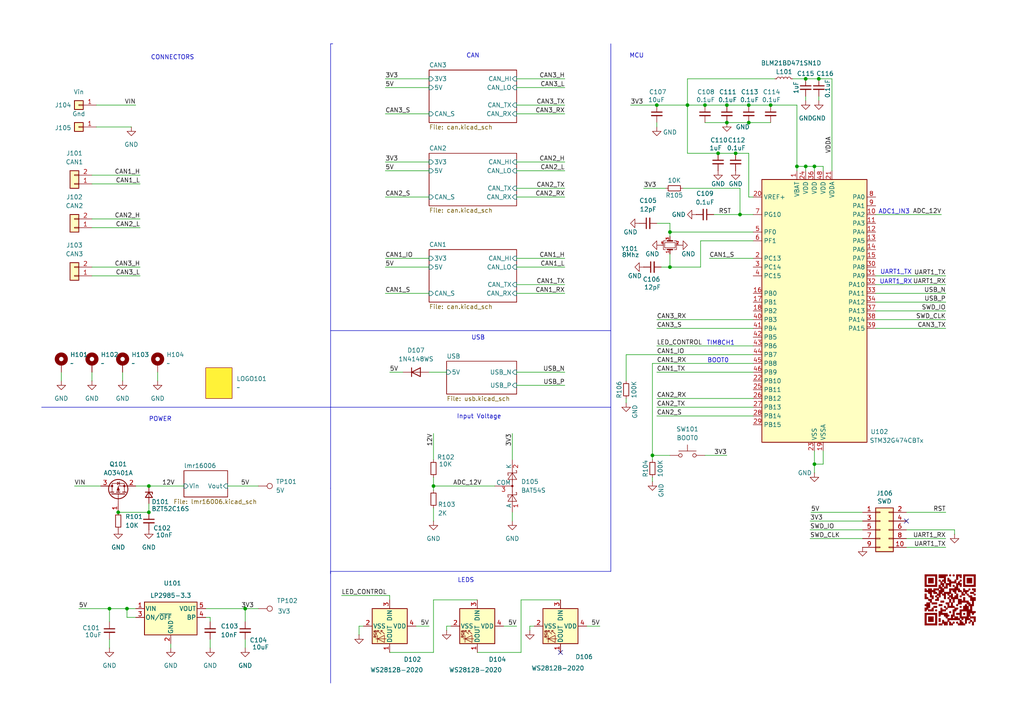
<source format=kicad_sch>
(kicad_sch (version 20250114) (generator "eeschema") (generator_version "9.0")
  (paper "A4")
  (lib_symbols
    (symbol "Connector:TestPoint" (pin_numbers (hide yes)) (pin_names (offset 0.762) (hide yes))
      (property "Reference" "TP" (at 0 6.858 0))
      (property "Value" "TestPoint" (at 0 5.08 0))
      (symbol "TestPoint_1_1"
        (pin passive line (at 0 0 90) (length 2.54) (name "1") (number "1"))
      )
    )
    (symbol "Connector_Generic:Conn_01x01" (pin_names (offset 1.016) (hide yes))
      (property "Reference" "J" (at 0 2.54 0))
      (property "Value" "Conn_01x01" (at 0 -2.54 0))
      (symbol "Conn_01x01_1_1"
        (pin passive line (at -5.08 0 0) (length 3.81) (name "Pin_1") (number "1"))
      )
    )
    (symbol "Connector_Generic:Conn_01x02" (pin_names (offset 1.016) (hide yes))
      (property "Reference" "J" (at 0 2.54 0))
      (property "Value" "Conn_01x02" (at 0 -5.08 0))
      (symbol "Conn_01x02_1_1"
        (pin passive line (at -5.08 0 0) (length 3.81) (name "Pin_1") (number "1"))
        (pin passive line (at -5.08 -2.54 0) (length 3.81) (name "Pin_2") (number "2"))
      )
    )
    (symbol "Connector_Generic:Conn_02x05_Odd_Even" (pin_names (offset 1.016) (hide yes))
      (property "Reference" "J" (at 1.27 7.62 0))
      (property "Value" "Conn_02x05_Odd_Even" (at 1.27 -7.62 0))
      (symbol "Conn_02x05_Odd_Even_1_1"
        (pin passive line (at -5.08 5.08 0) (length 3.81) (name "Pin_1") (number "1"))
        (pin passive line (at -5.08 2.54 0) (length 3.81) (name "Pin_3") (number "3"))
        (pin passive line (at -5.08 0 0) (length 3.81) (name "Pin_5") (number "5"))
        (pin passive line (at -5.08 -2.54 0) (length 3.81) (name "Pin_7") (number "7"))
        (pin passive line (at -5.08 -5.08 0) (length 3.81) (name "Pin_9") (number "9"))
        (pin passive line (at 7.62 5.08 180) (length 3.81) (name "Pin_2") (number "2"))
        (pin passive line (at 7.62 2.54 180) (length 3.81) (name "Pin_4") (number "4"))
        (pin passive line (at 7.62 0 180) (length 3.81) (name "Pin_6") (number "6"))
        (pin passive line (at 7.62 -2.54 180) (length 3.81) (name "Pin_8") (number "8"))
        (pin passive line (at 7.62 -5.08 180) (length 3.81) (name "Pin_10") (number "10"))
      )
    )
    (symbol "Device:C_Small" (pin_numbers (hide yes)) (pin_names (offset 0.254) (hide yes))
      (property "Reference" "C" (at 0.254 1.778 0))
      (property "Value" "C_Small" (at 0.254 -2.032 0))
      (symbol "C_Small_1_1"
        (pin passive line (at 0 2.54 270) (length 2.032) (name "~") (number "1"))
        (pin passive line (at 0 -2.54 90) (length 2.032) (name "~") (number "2"))
      )
    )
    (symbol "Device:Crystal_GND24_Small" (pin_names (offset 1.016) (hide yes))
      (property "Reference" "Y" (at 1.27 4.445 0))
      (property "Value" "Crystal_GND24_Small" (at 1.27 2.54 0))
      (symbol "Crystal_GND24_Small_1_1"
        (pin passive line (at -2.54 0 0) (length 1.27) (name "1") (number "1"))
        (pin passive line (at 0 2.54 270) (length 0.635) (name "4") (number "4"))
        (pin passive line (at 0 -2.54 90) (length 0.635) (name "2") (number "2"))
        (pin passive line (at 2.54 0 180) (length 1.27) (name "3") (number "3"))
      )
    )
    (symbol "Device:D_Zener_Small" (pin_numbers (hide yes)) (pin_names (offset 0.254) (hide yes))
      (property "Reference" "D" (at 0 2.286 0))
      (property "Value" "D_Zener_Small" (at 0 -2.286 0))
      (symbol "D_Zener_Small_1_1"
        (pin passive line (at -2.54 0 0) (length 1.778) (name "K") (number "1"))
        (pin passive line (at 2.54 0 180) (length 1.778) (name "A") (number "2"))
      )
    )
    (symbol "Device:L_Small" (pin_numbers (hide yes)) (pin_names (offset 0.254) (hide yes))
      (property "Reference" "L" (at 0.762 1.016 0))
      (property "Value" "L_Small" (at 0.762 -1.016 0))
      (symbol "L_Small_1_1"
        (pin passive line (at 0 2.54 270) (length 0.508) (name "~") (number "1"))
        (pin passive line (at 0 -2.54 90) (length 0.508) (name "~") (number "2"))
      )
    )
    (symbol "Device:R_Small" (pin_numbers (hide yes)) (pin_names (offset 0.254) (hide yes))
      (property "Reference" "R" (at 0.762 0.508 0))
      (property "Value" "R_Small" (at 0.762 -1.016 0))
      (symbol "R_Small_1_1"
        (pin passive line (at 0 2.54 270) (length 0.762) (name "~") (number "1"))
        (pin passive line (at 0 -2.54 90) (length 0.762) (name "~") (number "2"))
      )
    )
    (symbol "Diode:1N4148WS" (pin_numbers (hide yes)) (pin_names (hide yes))
      (property "Reference" "D" (at 0 2.54 0))
      (property "Value" "1N4148WS" (at 0 -2.54 0))
      (symbol "1N4148WS_1_1"
        (pin passive line (at -3.81 0 0) (length 2.54) (name "K") (number "1"))
        (pin passive line (at 3.81 0 180) (length 2.54) (name "A") (number "2"))
      )
    )
    (symbol "Diode:BAT54S" (pin_names (offset 0))
      (property "Reference" "D" (at 2.54 -5.08 0))
      (property "Value" "BAT54S" (at -6.35 3.175 0))
      (symbol "BAT54S_1_1"
        (pin passive line (at -7.62 0 0) (length 3.81) (name "A") (number "1"))
        (pin passive line (at 0 -5.08 90) (length 5.08) (name "COM") (number "3"))
        (pin passive line (at 7.62 0 180) (length 3.81) (name "K") (number "2"))
      )
    )
    (symbol "LED:WS2812B-2020" (pin_names (offset 0.254))
      (property "Reference" "D" (at 5.08 5.715 0))
      (property "Value" "WS2812B-2020" (at 1.27 -5.715 0))
      (symbol "WS2812B-2020_0_0"
        (text "RGB" (at 2.286 -4.191 0) (effects (font (size 0.762 0.762))))
      )
      (symbol "WS2812B-2020_1_1"
        (pin input line (at -7.62 0 0) (length 2.54) (name "DIN") (number "3"))
        (pin power_in line (at 0 7.62 270) (length 2.54) (name "VDD") (number "4"))
        (pin power_in line (at 0 -7.62 90) (length 2.54) (name "VSS") (number "2"))
        (pin output line (at 7.62 0 180) (length 2.54) (name "DOUT") (number "1"))
      )
    )
    (symbol "MCU_ST_STM32G4:STM32G474CBTx"
      (property "Reference" "U" (at -15.24 39.37 0))
      (property "Value" "STM32G474CBTx" (at 7.62 39.37 0))
      (symbol "STM32G474CBTx_1_1"
        (pin input line (at -17.78 33.02 0) (length 2.54) (name "VREF+") (number "20"))
        (pin bidirectional line (at -17.78 27.94 0) (length 2.54) (name "PG10") (number "7"))
        (pin bidirectional line (at -17.78 22.86 0) (length 2.54) (name "PF0") (number "5"))
        (pin bidirectional line (at -17.78 20.32 0) (length 2.54) (name "PF1") (number "6"))
        (pin bidirectional line (at -17.78 15.24 0) (length 2.54) (name "PC13") (number "2"))
        (pin bidirectional line (at -17.78 12.7 0) (length 2.54) (name "PC14") (number "3"))
        (pin bidirectional line (at -17.78 10.16 0) (length 2.54) (name "PC15") (number "4"))
        (pin bidirectional line (at -17.78 5.08 0) (length 2.54) (name "PB0") (number "16"))
        (pin bidirectional line (at -17.78 2.54 0) (length 2.54) (name "PB1") (number "17"))
        (pin bidirectional line (at -17.78 0 0) (length 2.54) (name "PB2") (number "18"))
        (pin bidirectional line (at -17.78 -2.54 0) (length 2.54) (name "PB3") (number "40"))
        (pin bidirectional line (at -17.78 -5.08 0) (length 2.54) (name "PB4") (number "41"))
        (pin bidirectional line (at -17.78 -7.62 0) (length 2.54) (name "PB5") (number "42"))
        (pin bidirectional line (at -17.78 -10.16 0) (length 2.54) (name "PB6") (number "43"))
        (pin bidirectional line (at -17.78 -12.7 0) (length 2.54) (name "PB7") (number "44"))
        (pin bidirectional line (at -17.78 -15.24 0) (length 2.54) (name "PB8") (number "45"))
        (pin bidirectional line (at -17.78 -17.78 0) (length 2.54) (name "PB9") (number "46"))
        (pin bidirectional line (at -17.78 -20.32 0) (length 2.54) (name "PB10") (number "22"))
        (pin bidirectional line (at -17.78 -22.86 0) (length 2.54) (name "PB11") (number "25"))
        (pin bidirectional line (at -17.78 -25.4 0) (length 2.54) (name "PB12") (number "26"))
        (pin bidirectional line (at -17.78 -27.94 0) (length 2.54) (name "PB13") (number "27"))
        (pin bidirectional line (at -17.78 -30.48 0) (length 2.54) (name "PB14") (number "28"))
        (pin bidirectional line (at -17.78 -33.02 0) (length 2.54) (name "PB15") (number "29"))
        (pin power_in line (at -5.08 40.64 270) (length 2.54) (name "VBAT") (number "1"))
        (pin power_in line (at -2.54 40.64 270) (length 2.54) (name "VDD") (number "24"))
        (pin power_in line (at 0 40.64 270) (length 2.54) (name "VDD") (number "36"))
        (pin power_in line (at 0 -40.64 90) (length 2.54) (name "VSS") (number "23"))
        (pin passive line (at 0 -40.64 90) (length 2.54) (hide yes) (name "VSS") (number "35"))
        (pin passive line (at 0 -40.64 90) (length 2.54) (hide yes) (name "VSS") (number "47"))
        (pin power_in line (at 2.54 40.64 270) (length 2.54) (name "VDD") (number "48"))
        (pin power_in line (at 2.54 -40.64 90) (length 2.54) (name "VSSA") (number "19"))
        (pin power_in line (at 5.08 40.64 270) (length 2.54) (name "VDDA") (number "21"))
        (pin bidirectional line (at 17.78 33.02 180) (length 2.54) (name "PA0") (number "8"))
        (pin bidirectional line (at 17.78 30.48 180) (length 2.54) (name "PA1") (number "9"))
        (pin bidirectional line (at 17.78 27.94 180) (length 2.54) (name "PA2") (number "10"))
        (pin bidirectional line (at 17.78 25.4 180) (length 2.54) (name "PA3") (number "11"))
        (pin bidirectional line (at 17.78 22.86 180) (length 2.54) (name "PA4") (number "12"))
        (pin bidirectional line (at 17.78 20.32 180) (length 2.54) (name "PA5") (number "13"))
        (pin bidirectional line (at 17.78 17.78 180) (length 2.54) (name "PA6") (number "14"))
        (pin bidirectional line (at 17.78 15.24 180) (length 2.54) (name "PA7") (number "15"))
        (pin bidirectional line (at 17.78 12.7 180) (length 2.54) (name "PA8") (number "30"))
        (pin bidirectional line (at 17.78 10.16 180) (length 2.54) (name "PA9") (number "31"))
        (pin bidirectional line (at 17.78 7.62 180) (length 2.54) (name "PA10") (number "32"))
        (pin bidirectional line (at 17.78 5.08 180) (length 2.54) (name "PA11") (number "33"))
        (pin bidirectional line (at 17.78 2.54 180) (length 2.54) (name "PA12") (number "34"))
        (pin bidirectional line (at 17.78 0 180) (length 2.54) (name "PA13") (number "37"))
        (pin bidirectional line (at 17.78 -2.54 180) (length 2.54) (name "PA14") (number "38"))
        (pin bidirectional line (at 17.78 -5.08 180) (length 2.54) (name "PA15") (number "39"))
      )
    )
    (symbol "Mechanical:MountingHole_Pad" (pin_numbers (hide yes)) (pin_names (offset 1.016) (hide yes)) (in_bom no)
      (property "Reference" "H" (at 0 6.35 0))
      (property "Value" "MountingHole_Pad" (at 0 4.445 0))
      (symbol "MountingHole_Pad_1_1"
        (pin input line (at 0 -2.54 90) (length 2.54) (name "1") (number "1"))
      )
    )
    (symbol "Regulator_Linear:LP2985-3.3" (pin_names (offset 0.254))
      (property "Reference" "U" (at -6.35 5.715 0))
      (property "Value" "LP2985-3.3" (at 0 5.715 0))
      (symbol "LP2985-3.3_1_1"
        (pin power_in line (at -10.16 2.54 0) (length 2.54) (name "VIN") (number "1"))
        (pin input line (at -10.16 0 0) (length 2.54) (name "ON/~{OFF}") (number "3"))
        (pin power_in line (at 0 -7.62 90) (length 2.54) (name "GND") (number "2"))
        (pin power_out line (at 10.16 2.54 180) (length 2.54) (name "VOUT") (number "5"))
        (pin input line (at 10.16 0 180) (length 2.54) (name "BP") (number "4"))
      )
    )
    (symbol "Switch:SW_Push" (pin_numbers (hide yes)) (pin_names (offset 1.016) (hide yes))
      (property "Reference" "SW" (at 1.27 2.54 0))
      (property "Value" "SW_Push" (at 0 -1.524 0))
      (symbol "SW_Push_0_1"
        (pin passive line (at -5.08 0 0) (length 2.54) (name "1") (number "1"))
        (pin passive line (at 5.08 0 180) (length 2.54) (name "2") (number "2"))
      )
    )
    (symbol "Transistor_FET:AO3401A" (pin_names (hide yes))
      (property "Reference" "Q" (at 5.08 1.905 0))
      (property "Value" "AO3401A" (at 5.08 0 0))
      (symbol "AO3401A_1_1"
        (pin input line (at -5.08 0 0) (length 2.54) (name "G") (number "1"))
        (pin passive line (at 2.54 5.08 270) (length 2.54) (name "D") (number "3"))
        (pin passive line (at 2.54 -5.08 90) (length 2.54) (name "S") (number "2"))
      )
    )
    (symbol "github_qrcode:LOGO" (pin_names (offset 1.016)))
    (symbol "logo:logo" (pin_numbers (hide yes)) (pin_names (offset 0) (hide yes)) (in_bom no)
      (property "Reference" "LOGO" (at 3.556 4.572 0))
    )
    (symbol "power:GND" (power) (pin_numbers (hide yes)) (pin_names (offset 0) (hide yes))
      (property "Value" "GND" (at 0 -3.81 0))
      (symbol "GND_1_1"
        (pin power_in line (at 0 0 270) (length 0) (name "~") (number "1"))
      )
    )
  )
  (text "POWER" (at 46.482 121.666 0) (effects (font (size 1.27 1.27))))
  (text "BOOT0" (at 208.28 104.648 0) (effects (font (size 1.27 1.27))))
  (text "CAN" (at 137.16 16.256 0) (effects (font (size 1.27 1.27))))
  (text "CONNECTORS" (at 50.038 16.764 0) (effects (font (size 1.27 1.27))))
  (text "ADC1_IN3" (at 259.334 61.468 0) (effects (font (size 1.27 1.27))))
  (text "LEDS" (at 135.128 168.402 0) (effects (font (size 1.27 1.27))))
  (text "UART1_TX" (at 259.8857 78.994 0) (effects (font (size 1.27 1.27))))
  (text "Input Voltage" (at 138.938 120.904 0) (effects (font (size 1.27 1.27))))
  (text "TIM8CH1" (at 209.042 99.568 0) (effects (font (size 1.27 1.27))))
  (text "MCU" (at 184.658 16.256 0) (effects (font (size 1.27 1.27))))
  (text "USB" (at 138.684 98.044 0) (effects (font (size 1.27 1.27))))
  (text "UART1_RX" (at 259.842 81.788 0) (effects (font (size 1.27 1.27))))
  (junction (at 223.52 30.48))
  (junction (at 190.5 30.48))
  (junction (at 71.12 176.53))
  (junction (at 31.75 176.53))
  (junction (at 210.82 35.56))
  (junction (at 208.28 44.45))
  (junction (at 214.63 62.23))
  (junction (at 210.82 30.48))
  (junction (at 236.22 48.26))
  (junction (at 189.23 132.08))
  (junction (at 125.73 140.97))
  (junction (at 217.17 30.48))
  (junction (at 199.39 30.48))
  (junction (at 233.68 22.86))
  (junction (at 213.36 44.45))
  (junction (at 194.31 67.31))
  (junction (at 194.31 77.47))
  (junction (at 36.83 176.53))
  (junction (at 34.29 148.59))
  (junction (at 237.49 22.86))
  (junction (at 236.22 134.62))
  (junction (at 233.68 48.26))
  (junction (at 217.17 35.56))
  (junction (at 43.18 140.97))
  (junction (at 43.18 148.59))
  (junction (at 231.14 48.26))
  (junction (at 204.47 30.48))
  (no_connect (at 262.89 151.13))
  (no_connect (at 162.56 189.23))
  (wire (pts (xy 189.23 105.41) (xy 189.23 132.08)))
  (polyline (pts (xy 95.885 198.12) (xy 95.885 165.735)))
  (wire (pts (xy 237.49 27.94) (xy 237.49 29.21)))
  (wire (pts (xy 231.14 48.26) (xy 231.14 49.53)))
  (wire (pts (xy 111.76 25.4) (xy 124.46 25.4)))
  (wire (pts (xy 125.73 147.32) (xy 125.73 151.13)))
  (wire (pts (xy 39.37 176.53) (xy 36.83 176.53)))
  (wire (pts (xy 213.36 44.45) (xy 217.17 44.45)))
  (polyline (pts (xy 95.885 95.885) (xy 177.165 95.885)))
  (wire (pts (xy 199.39 30.48) (xy 199.39 44.45)))
  (wire (pts (xy 199.39 44.45) (xy 208.28 44.45)))
  (wire (pts (xy 229.87 22.86) (xy 233.68 22.86)))
  (wire (pts (xy 254 85.09) (xy 274.32 85.09)))
  (wire (pts (xy 125.73 140.97) (xy 143.51 140.97)))
  (wire (pts (xy 208.28 44.45) (xy 213.36 44.45)))
  (wire (pts (xy 31.75 185.42) (xy 31.75 187.96)))
  (wire (pts (xy 104.14 181.61) (xy 104.14 184.15)))
  (wire (pts (xy 234.95 153.67) (xy 250.19 153.67)))
  (wire (pts (xy 149.86 54.61) (xy 163.83 54.61)))
  (wire (pts (xy 43.18 140.97) (xy 53.34 140.97)))
  (wire (pts (xy 129.54 181.61) (xy 129.54 182.88)))
  (wire (pts (xy 66.04 140.97) (xy 74.93 140.97)))
  (wire (pts (xy 26.67 53.34) (xy 40.64 53.34)))
  (wire (pts (xy 149.86 107.95) (xy 163.83 107.95)))
  (wire (pts (xy 254 92.71) (xy 274.32 92.71)))
  (wire (pts (xy 254 62.23) (xy 273.05 62.23)))
  (wire (pts (xy 217.17 35.56) (xy 223.52 35.56)))
  (polyline (pts (xy 95.885 165.735) (xy 177.165 165.735)))
  (wire (pts (xy 214.63 54.61) (xy 214.63 62.23)))
  (wire (pts (xy 149.86 22.86) (xy 163.83 22.86)))
  (wire (pts (xy 125.73 189.23) (xy 125.73 173.99)))
  (wire (pts (xy 233.68 27.94) (xy 233.68 29.21)))
  (wire (pts (xy 190.5 92.71) (xy 218.44 92.71)))
  (wire (pts (xy 105.41 181.61) (xy 104.14 181.61)))
  (wire (pts (xy 26.67 50.8) (xy 40.64 50.8)))
  (polyline (pts (xy 95.885 118.11) (xy 177.165 118.11)))
  (wire (pts (xy 111.76 46.99) (xy 124.46 46.99)))
  (wire (pts (xy 199.39 30.48) (xy 204.47 30.48)))
  (wire (pts (xy 186.69 54.61) (xy 193.04 54.61)))
  (wire (pts (xy 189.23 138.43) (xy 189.23 139.7)))
  (wire (pts (xy 113.03 107.95) (xy 116.84 107.95)))
  (wire (pts (xy 27.94 30.48) (xy 39.37 30.48)))
  (wire (pts (xy 191.77 77.47) (xy 194.31 77.47)))
  (wire (pts (xy 262.89 158.75) (xy 274.32 158.75)))
  (wire (pts (xy 199.39 30.48) (xy 199.39 22.86)))
  (wire (pts (xy 149.86 30.48) (xy 163.83 30.48)))
  (wire (pts (xy 190.5 30.48) (xy 199.39 30.48)))
  (wire (pts (xy 17.78 107.95) (xy 17.78 110.49)))
  (wire (pts (xy 113.03 172.72) (xy 113.03 173.99)))
  (wire (pts (xy 129.54 181.61) (xy 130.81 181.61)))
  (wire (pts (xy 149.86 82.55) (xy 163.83 82.55)))
  (polyline (pts (xy 95.885 118.11) (xy 95.885 12.7)))
  (wire (pts (xy 39.37 140.97) (xy 43.18 140.97)))
  (wire (pts (xy 231.14 48.26) (xy 233.68 48.26)))
  (wire (pts (xy 111.76 57.15) (xy 124.46 57.15)))
  (wire (pts (xy 99.06 172.72) (xy 113.03 172.72)))
  (wire (pts (xy 111.76 33.02) (xy 124.46 33.02)))
  (wire (pts (xy 190.5 35.56) (xy 190.5 36.83)))
  (wire (pts (xy 236.22 48.26) (xy 236.22 49.53)))
  (wire (pts (xy 148.59 148.59) (xy 148.59 151.13)))
  (wire (pts (xy 233.68 48.26) (xy 233.68 49.53)))
  (wire (pts (xy 35.56 107.95) (xy 35.56 110.49)))
  (wire (pts (xy 236.22 48.26) (xy 238.76 48.26)))
  (wire (pts (xy 236.22 134.62) (xy 236.22 137.16)))
  (wire (pts (xy 262.89 148.59) (xy 274.32 148.59)))
  (wire (pts (xy 34.29 148.59) (xy 43.18 148.59)))
  (wire (pts (xy 60.96 179.07) (xy 60.96 180.34)))
  (wire (pts (xy 151.13 173.99) (xy 162.56 173.99)))
  (polyline (pts (xy 12.065 118.11) (xy 95.885 118.11)))
  (wire (pts (xy 182.88 30.48) (xy 190.5 30.48)))
  (wire (pts (xy 170.18 181.61) (xy 173.99 181.61)))
  (wire (pts (xy 204.47 132.08) (xy 210.82 132.08)))
  (wire (pts (xy 39.37 179.07) (xy 36.83 179.07)))
  (wire (pts (xy 190.5 118.11) (xy 218.44 118.11)))
  (wire (pts (xy 190.5 107.95) (xy 218.44 107.95)))
  (wire (pts (xy 262.89 156.21) (xy 274.32 156.21)))
  (wire (pts (xy 125.73 138.43) (xy 125.73 140.97)))
  (wire (pts (xy 254 82.55) (xy 274.32 82.55)))
  (wire (pts (xy 71.12 176.53) (xy 74.93 176.53)))
  (wire (pts (xy 43.18 146.05) (xy 43.18 148.59)))
  (wire (pts (xy 231.14 30.48) (xy 231.14 48.26)))
  (wire (pts (xy 217.17 30.48) (xy 223.52 30.48)))
  (wire (pts (xy 71.12 176.53) (xy 71.12 180.34)))
  (wire (pts (xy 111.76 74.93) (xy 124.46 74.93)))
  (wire (pts (xy 149.86 33.02) (xy 163.83 33.02)))
  (wire (pts (xy 154.94 181.61) (xy 153.67 181.61)))
  (wire (pts (xy 194.31 67.31) (xy 218.44 67.31)))
  (wire (pts (xy 111.76 49.53) (xy 124.46 49.53)))
  (wire (pts (xy 236.22 130.81) (xy 236.22 134.62)))
  (wire (pts (xy 124.46 107.95) (xy 129.54 107.95)))
  (wire (pts (xy 254 80.01) (xy 274.32 80.01)))
  (wire (pts (xy 125.73 173.99) (xy 138.43 173.99)))
  (wire (pts (xy 181.61 115.57) (xy 181.61 116.84)))
  (wire (pts (xy 217.17 57.15) (xy 218.44 57.15)))
  (wire (pts (xy 125.73 125.73) (xy 125.73 133.35)))
  (wire (pts (xy 203.2 69.85) (xy 203.2 77.47)))
  (wire (pts (xy 210.82 35.56) (xy 217.17 35.56)))
  (wire (pts (xy 198.12 54.61) (xy 214.63 54.61)))
  (wire (pts (xy 203.2 77.47) (xy 194.31 77.47)))
  (wire (pts (xy 233.68 22.86) (xy 237.49 22.86)))
  (wire (pts (xy 36.83 176.53) (xy 31.75 176.53)))
  (wire (pts (xy 36.83 179.07) (xy 36.83 176.53)))
  (wire (pts (xy 49.53 186.69) (xy 49.53 187.96)))
  (wire (pts (xy 254 95.25) (xy 274.32 95.25)))
  (wire (pts (xy 241.3 22.86) (xy 241.3 49.53)))
  (wire (pts (xy 234.95 151.13) (xy 250.19 151.13)))
  (wire (pts (xy 218.44 69.85) (xy 203.2 69.85)))
  (wire (pts (xy 149.86 111.76) (xy 163.83 111.76)))
  (wire (pts (xy 190.5 100.33) (xy 218.44 100.33)))
  (wire (pts (xy 181.61 102.87) (xy 218.44 102.87)))
  (wire (pts (xy 199.39 22.86) (xy 224.79 22.86)))
  (wire (pts (xy 26.67 63.5) (xy 40.64 63.5)))
  (wire (pts (xy 223.52 30.48) (xy 231.14 30.48)))
  (wire (pts (xy 26.67 80.01) (xy 40.64 80.01)))
  (polyline (pts (xy 95.885 141.605) (xy 95.885 166.37)))
  (wire (pts (xy 189.23 105.41) (xy 218.44 105.41)))
  (wire (pts (xy 26.67 66.04) (xy 40.64 66.04)))
  (wire (pts (xy 205.74 74.93) (xy 218.44 74.93)))
  (wire (pts (xy 120.65 181.61) (xy 124.46 181.61)))
  (wire (pts (xy 194.31 64.77) (xy 194.31 67.31)))
  (wire (pts (xy 238.76 134.62) (xy 236.22 134.62)))
  (wire (pts (xy 233.68 48.26) (xy 236.22 48.26)))
  (wire (pts (xy 149.86 85.09) (xy 163.83 85.09)))
  (wire (pts (xy 21.59 140.97) (xy 29.21 140.97)))
  (wire (pts (xy 204.47 35.56) (xy 210.82 35.56)))
  (wire (pts (xy 235.204 148.59) (xy 250.19 148.59)))
  (wire (pts (xy 149.86 46.99) (xy 163.83 46.99)))
  (wire (pts (xy 189.23 133.35) (xy 189.23 132.08)))
  (wire (pts (xy 190.5 115.57) (xy 218.44 115.57)))
  (wire (pts (xy 254 90.17) (xy 274.32 90.17)))
  (wire (pts (xy 111.76 77.47) (xy 124.46 77.47)))
  (wire (pts (xy 210.82 30.48) (xy 217.17 30.48)))
  (wire (pts (xy 113.03 189.23) (xy 125.73 189.23)))
  (wire (pts (xy 45.72 107.95) (xy 45.72 110.49)))
  (polyline (pts (xy 95.885 141.605) (xy 95.885 118.11)))
  (wire (pts (xy 190.5 120.65) (xy 218.44 120.65)))
  (wire (pts (xy 111.76 85.09) (xy 124.46 85.09)))
  (wire (pts (xy 254 87.63) (xy 274.32 87.63)))
  (wire (pts (xy 71.12 185.42) (xy 71.12 187.96)))
  (wire (pts (xy 148.59 125.73) (xy 148.59 133.35)))
  (wire (pts (xy 238.76 48.26) (xy 238.76 49.53)))
  (wire (pts (xy 31.75 176.53) (xy 31.75 180.34)))
  (polyline (pts (xy 95.885 12.7) (xy 96.52 12.7)))
  (wire (pts (xy 190.5 64.77) (xy 194.31 64.77)))
  (wire (pts (xy 26.67 77.47) (xy 40.64 77.47)))
  (wire (pts (xy 190.5 95.25) (xy 218.44 95.25)))
  (wire (pts (xy 149.86 25.4) (xy 163.83 25.4)))
  (wire (pts (xy 149.86 74.93) (xy 163.83 74.93)))
  (wire (pts (xy 111.76 22.86) (xy 124.46 22.86)))
  (wire (pts (xy 27.94 36.83) (xy 38.1 36.83)))
  (wire (pts (xy 276.86 153.67) (xy 276.86 154.94)))
  (wire (pts (xy 207.01 62.23) (xy 214.63 62.23)))
  (wire (pts (xy 204.47 30.48) (xy 210.82 30.48)))
  (wire (pts (xy 138.43 189.23) (xy 151.13 189.23)))
  (wire (pts (xy 151.13 189.23) (xy 151.13 173.99)))
  (wire (pts (xy 234.95 156.21) (xy 250.19 156.21)))
  (polyline (pts (xy 177.165 12.7) (xy 177.165 165.735)))
  (wire (pts (xy 189.23 132.08) (xy 194.31 132.08)))
  (wire (pts (xy 237.49 22.86) (xy 241.3 22.86)))
  (wire (pts (xy 59.69 176.53) (xy 71.12 176.53)))
  (wire (pts (xy 149.86 77.47) (xy 163.83 77.47)))
  (wire (pts (xy 149.86 57.15) (xy 163.83 57.15)))
  (wire (pts (xy 238.76 130.81) (xy 238.76 134.62)))
  (wire (pts (xy 262.89 153.67) (xy 276.86 153.67)))
  (wire (pts (xy 22.86 176.53) (xy 31.75 176.53)))
  (wire (pts (xy 26.67 107.95) (xy 26.67 110.49)))
  (wire (pts (xy 60.96 185.42) (xy 60.96 187.96)))
  (wire (pts (xy 217.17 44.45) (xy 217.17 57.15)))
  (wire (pts (xy 194.31 77.47) (xy 194.31 73.66)))
  (wire (pts (xy 146.05 181.61) (xy 149.86 181.61)))
  (wire (pts (xy 59.69 179.07) (xy 60.96 179.07)))
  (wire (pts (xy 153.67 181.61) (xy 153.67 182.88)))
  (wire (pts (xy 149.86 49.53) (xy 163.83 49.53)))
  (wire (pts (xy 194.31 67.31) (xy 194.31 68.58)))
  (wire (pts (xy 214.63 62.23) (xy 218.44 62.23)))
  (wire (pts (xy 181.61 102.87) (xy 181.61 110.49)))
  (wire (pts (xy 125.73 140.97) (xy 125.73 142.24)))
  (label "CAN2_S" (at 111.76 57.15 0))
  (label "CAN1_TX" (at 190.5 107.95 0))
  (label "USB_N" (at 274.32 85.09 180))
  (label "CAN2_RX" (at 190.5 115.57 0))
  (label "ADC_12V" (at 273.05 62.23 180))
  (label "CAN3_H" (at 163.83 22.86 180))
  (label "CAN2_RX" (at 163.83 57.15 180))
  (label "CAN3_L" (at 163.83 25.4 180))
  (label "CAN2_H" (at 163.83 46.99 180))
  (label "3V3" (at 210.82 132.08 180))
  (label "CAN3_S" (at 111.76 33.02 0))
  (label "CAN2_L" (at 163.83 49.53 180))
  (label "VIN" (at 39.37 30.48 180))
  (label "RST" (at 212.09 62.23 180))
  (label "5V" (at 69.85 140.97 0))
  (label "3V3" (at 234.95 151.13 0))
  (label "CAN3_TX" (at 163.83 30.48 180))
  (label "5V" (at 173.99 181.61 180))
  (label "USB_P" (at 274.32 87.63 180))
  (label "3V3" (at 186.69 54.61 0))
  (label "5V" (at 235.204 148.59 0))
  (label "3V3" (at 111.76 22.86 0))
  (label "SWD_IO" (at 234.95 153.67 0))
  (label "3V3" (at 148.59 125.73 270))
  (label "CAN1_L" (at 40.64 53.34 180))
  (label "RST" (at 274.32 148.59 180))
  (label "CAN3_RX" (at 190.5 92.71 0))
  (label "CAN2_S" (at 190.5 120.65 0))
  (label "CAN2_TX" (at 163.83 54.61 180))
  (label "USB_N" (at 163.83 107.95 180))
  (label "5V" (at 111.76 49.53 0))
  (label "CAN1_IO" (at 190.5 102.87 0))
  (label "CAN1_S" (at 111.76 85.09 0))
  (label "CAN2_H" (at 40.64 63.5 180))
  (label "CAN1_TX" (at 163.83 82.55 180))
  (label "3V3" (at 73.66 176.53 180))
  (label "USB_P" (at 163.83 111.76 180))
  (label "CAN1_L" (at 163.83 77.47 180))
  (label "UART1_TX" (at 274.32 80.01 180))
  (label "3V3" (at 111.76 46.99 0))
  (label "12V" (at 46.99 140.97 0))
  (label "CAN1_RX" (at 190.5 105.41 0))
  (label "UART1_RX" (at 274.32 82.55 180))
  (label "CAN3_H" (at 40.64 77.47 180))
  (label "CAN1_H" (at 40.64 50.8 180))
  (label "CAN3_S" (at 190.5 95.25 0))
  (label "3V3" (at 182.88 30.48 0))
  (label "UART1_RX" (at 274.32 156.21 180))
  (label "VDDA" (at 241.3 44.45 90))
  (label "5V" (at 111.76 25.4 0))
  (label "CAN2_TX" (at 190.5 118.11 0))
  (label "VIN" (at 21.59 140.97 0))
  (label "SWD_IO" (at 274.32 90.17 180))
  (label "CAN1_IO" (at 111.76 74.93 0))
  (label "CAN3_RX" (at 163.83 33.02 180))
  (label "SWD_CLK" (at 234.95 156.21 0))
  (label "CAN1_H" (at 163.83 74.93 180))
  (label "12V" (at 125.73 125.73 270))
  (label "UART1_TX" (at 274.32 158.75 180))
  (label "ADC_12V" (at 139.7 140.97 180))
  (label "SWD_CLK" (at 274.32 92.71 180))
  (label "CAN3_L" (at 40.64 80.01 180))
  (label "CAN2_L" (at 40.64 66.04 180))
  (label "CAN1_RX" (at 163.83 85.09 180))
  (label "LED_CONTROL" (at 99.06 172.72 0))
  (label "CAN3_TX" (at 274.32 95.25 180))
  (label "CAN1_S" (at 205.74 74.93 0))
  (label "5V" (at 149.86 181.61 180))
  (label "LED_CONTROL" (at 190.5 100.33 0))
  (label "5V" (at 124.46 181.61 180))
  (label "5V" (at 113.03 107.95 0))
  (label "5V" (at 22.86 176.53 0))
  (label "5V" (at 111.76 77.47 0))
  (symbol (lib_id "power:GND") (at 201.93 62.23 270) (unit 1)
    (property "Reference" "#PWR0123" (effects (hide yes)))
    (property "Value" "GND" (at 196.85 62.23 90))
    (property "Description" "Power symbol creates a global label with name \"GND\" , ground" (effects (hide yes)))
  )
  (symbol (lib_id "power:GND") (at 237.49 29.21 0) (unit 1)
    (property "Reference" "#PWR0129" (effects (hide yes)))
    (property "Value" "GND" (at 237.49 34.29 0))
    (property "Description" "Power symbol creates a global label with name \"GND\" , ground" (effects (hide yes)))
  )
  (symbol (lib_id "power:GND") (at 191.77 71.12 270) (unit 1)
    (property "Reference" "#PWR0121" (effects (hide yes)))
    (property "Value" "GND" (at 191.262 73.66 90) (effects (justify right)))
    (property "Description" "Power symbol creates a global label with name \"GND\" , ground" (effects (hide yes)))
  )
  (symbol (lib_id "Diode:BAT54S") (at 148.59 140.97 270) (mirror x) (unit 1)
    (property "Reference" "D105" (at 151.13 139.6999 90) (effects (justify left)))
    (property "Value" "BAT54S" (at 151.13 142.2399 90) (effects (justify left)))
    (property "Footprint" "Package_TO_SOT_SMD:SOT-23" (effects (hide yes)))
    (property "Datasheet" "https://www.diodes.com/assets/Datasheets/ds11005.pdf" (effects (hide yes)))
    (property "Description" "Vr 30V, If 200mA, Dual schottky barrier diode, in series, SOT-323" (effects (hide yes)))
    (property "LCSC" "C5805802" (effects (hide yes)))
  )
  (symbol (lib_id "Device:R_Small") (at 125.73 144.78 0) (unit 1)
    (property "Reference" "R103" (at 127 146.304 0) (effects (justify left)))
    (property "Value" "2K" (at 127 148.844 0) (effects (justify left)))
    (property "Footprint" "Resistor_SMD:R_0603_1608Metric" (effects (hide yes)))
    (property "Description" "Resistor, small symbol" (effects (hide yes)))
    (property "LCSC" "C125933" (effects (hide yes)))
  )
  (symbol (lib_id "power:GND") (at 153.67 182.88 0) (unit 1)
    (property "Reference" "#PWR0116" (effects (hide yes)))
    (property "Value" "GND" (effects (hide yes)))
  )
  (symbol (lib_id "Device:R_Small") (at 181.61 113.03 180) (unit 1)
    (property "Reference" "R106" (at 179.578 113.03 90))
    (property "Value" "100K" (at 183.896 113.03 90))
    (property "Footprint" "Resistor_SMD:R_0603_1608Metric" (effects (hide yes)))
    (property "Description" "Resistor, small symbol" (effects (hide yes)))
    (property "LCSC" "C98220" (effects (hide yes)))
  )
  (symbol (lib_id "power:GND") (at 190.5 36.83 0) (unit 1)
    (property "Reference" "#PWR0120" (effects (hide yes)))
    (property "Value" "GND" (at 194.31 38.354 0))
    (property "Description" "Power symbol creates a global label with name \"GND\" , ground" (effects (hide yes)))
  )
  (symbol (lib_id "Regulator_Linear:LP2985-3.3") (at 49.53 179.07 0) (unit 1)
    (property "Reference" "U101" (at 50.038 169.164 0))
    (property "Value" "LP2985-3.3" (at 49.53 172.72 0))
    (property "Footprint" "Package_TO_SOT_SMD:SOT-23-5" (effects (hide yes)))
    (property "Datasheet" "http://www.ti.com/lit/ds/symlink/lp2985.pdf" (effects (hide yes)))
    (property "Description" "150mA 16V Low-noise Low-dropout Regulator With Shutdown, 3.3V output voltage, SOT-23-5" (effects (hide yes)))
    (property "LCSC" "C95414" (effects (hide yes)))
  )
  (symbol (lib_id "LED:WS2812B-2020") (at 162.56 181.61 270) (unit 1)
    (property "Reference" "D106" (at 169.418 190.5 90))
    (property "Value" "WS2812B-2020" (at 161.798 193.802 90))
    (property "Footprint" "LED_SMD:LED_WS2812B-2020_PLCC4_2.0x2.0mm" (effects (hide yes)))
    (property "Datasheet" "https://cdn-shop.adafruit.com/product-files/4684/4684_WS2812B-2020_V1.3_EN.pdf" (effects (hide yes)))
    (property "Description" "RGB LED with integrated controller, 2.0 x 2.0 mm, 12 mA" (effects (hide yes)))
    (property "LCSC" "C965555" (effects (hide yes)))
  )
  (symbol (lib_id "power:GND") (at 71.12 187.96 0) (unit 1)
    (property "Reference" "#PWR0111" (effects (hide yes)))
    (property "Value" "GND" (at 71.12 193.04 0))
    (property "Description" "Power symbol creates a global label with name \"GND\" , ground" (effects (hide yes)))
  )
  (symbol (lib_id "Device:C_Small") (at 237.49 25.4 0) (unit 1)
    (property "Reference" "C116" (at 236.728 21.336 0) (effects (justify left)))
    (property "Value" "0.1uF" (at 240.03 28.448 90) (effects (justify left)))
    (property "Footprint" "Capacitor_SMD:C_0603_1608Metric" (effects (hide yes)))
    (property "LCSC" "C92490" (effects (hide yes)))
  )
  (symbol (lib_id "Device:C_Small") (at 208.28 46.99 0) (unit 1)
    (property "Reference" "C110" (at 205.994 40.64 0) (effects (justify left)))
    (property "Value" "1uF" (at 205.74 42.926 0) (effects (justify left)))
    (property "Footprint" "Capacitor_SMD:C_0805_2012Metric" (effects (hide yes)))
    (property "Description" "Unpolarized capacitor, small symbol" (effects (hide yes)))
    (property "LCSC" "C91186" (effects (hide yes)))
  )
  (symbol (lib_id "Device:C_Small") (at 210.82 33.02 0) (unit 1)
    (property "Reference" "C111" (at 208.534 26.67 0) (effects (justify left)))
    (property "Value" "0.1uF" (at 208.28 28.956 0) (effects (justify left)))
    (property "Footprint" "Capacitor_SMD:C_0603_1608Metric" (effects (hide yes)))
    (property "Description" "Unpolarized capacitor, small symbol" (effects (hide yes)))
    (property "LCSC" "C92490" (effects (hide yes)))
  )
  (symbol (lib_id "Mechanical:MountingHole_Pad") (at 26.67 105.41 0) (unit 1) (in_bom no)
    (property "Reference" "H102" (at 29.21 102.8699 0) (effects (justify left)))
    (property "Value" "~" (at 29.21 105.4099 0) (effects (justify left)))
    (property "Footprint" "MountingHole:MountingHole_3.2mm_M3_Pad_Via" (effects (hide yes)))
    (property "Description" "Mounting Hole with connection" (effects (hide yes)))
  )
  (symbol (lib_id "Device:C_Small") (at 60.96 182.88 0) (unit 1)
    (property "Reference" "C103" (at 64.008 181.6162 0) (effects (justify left)))
    (property "Value" "10nF" (at 64.008 184.1562 0) (effects (justify left)))
    (property "Footprint" "Capacitor_SMD:C_0603_1608Metric" (effects (hide yes)))
    (property "Description" "Unpolarized capacitor, small symbol" (effects (hide yes)))
    (property "LCSC" "C100042" (effects (hide yes)))
  )
  (symbol (lib_id "power:GND") (at 186.69 77.47 270) (unit 1)
    (property "Reference" "#PWR0119" (effects (hide yes)))
    (property "Value" "GND" (at 186.182 80.01 90) (effects (justify right)))
    (property "Description" "Power symbol creates a global label with name \"GND\" , ground" (effects (hide yes)))
  )
  (symbol (lib_id "power:GND") (at 34.29 153.67 0) (unit 1)
    (property "Reference" "#PWR0104" (effects (hide yes)))
    (property "Value" "GND" (at 34.29 158.75 0))
    (property "Description" "Power symbol creates a global label with name \"GND\" , ground" (effects (hide yes)))
  )
  (symbol (lib_id "power:GND") (at 17.78 110.49 0) (unit 1)
    (property "Reference" "#PWR0101" (effects (hide yes)))
    (property "Value" "GND" (at 17.78 115.57 0))
    (property "Description" "Power symbol creates a global label with name \"GND\" , ground" (effects (hide yes)))
  )
  (symbol (lib_id "Mechanical:MountingHole_Pad") (at 17.78 105.41 0) (unit 1) (in_bom no)
    (property "Reference" "H101" (at 20.32 102.8699 0) (effects (justify left)))
    (property "Value" "~" (at 20.32 105.4099 0) (effects (justify left)))
    (property "Footprint" "MountingHole:MountingHole_3.2mm_M3_Pad_Via" (effects (hide yes)))
    (property "Description" "Mounting Hole with connection" (effects (hide yes)))
  )
  (symbol (lib_id "Device:L_Small") (at 227.33 22.86 90) (unit 1)
    (property "Reference" "L101" (at 229.87 20.828 90) (effects (justify left)))
    (property "Value" "BLM21BD471SN1D" (at 238.252 18.288 90) (effects (justify left)))
    (property "Footprint" "Inductor_SMD:L_0805_2012Metric" (effects (hide yes)))
    (property "LCSC" "C710507" (effects (hide yes)))
  )
  (symbol (lib_id "Device:C_Small") (at 189.23 77.47 90) (unit 1)
    (property "Reference" "C106" (at 188.976 81.026 90))
    (property "Value" "12pF" (at 189.23 83.312 90))
    (property "Footprint" "Capacitor_SMD:C_0603_1608Metric" (effects (hide yes)))
    (property "Description" "Unpolarized capacitor, small symbol" (effects (hide yes)))
    (property "LCSC" "C519482" (effects (hide yes)))
  )
  (symbol (lib_id "power:GND") (at 276.86 154.94 0) (unit 1)
    (property "Reference" "#PWR0131" (effects (hide yes)))
    (property "Value" "GND" (effects (hide yes)))
  )
  (symbol (lib_id "power:GND") (at 60.96 187.96 0) (unit 1)
    (property "Reference" "#PWR0110" (effects (hide yes)))
    (property "Value" "GND" (at 60.96 193.04 0))
    (property "Description" "Power symbol creates a global label with name \"GND\" , ground" (effects (hide yes)))
  )
  (symbol (lib_id "power:GND") (at 185.42 64.77 270) (unit 1)
    (property "Reference" "#PWR0117" (effects (hide yes)))
    (property "Value" "GND" (at 184.912 67.31 90) (effects (justify right)))
    (property "Description" "Power symbol creates a global label with name \"GND\" , ground" (effects (hide yes)))
  )
  (symbol (lib_id "LED:WS2812B-2020") (at 138.43 181.61 270) (unit 1)
    (property "Reference" "D104" (at 144.272 191.262 90))
    (property "Value" "WS2812B-2020" (at 137.922 194.31 90))
    (property "Footprint" "LED_SMD:LED_WS2812B-2020_PLCC4_2.0x2.0mm" (effects (hide yes)))
    (property "Datasheet" "https://cdn-shop.adafruit.com/product-files/4684/4684_WS2812B-2020_V1.3_EN.pdf" (effects (hide yes)))
    (property "Description" "RGB LED with integrated controller, 2.0 x 2.0 mm, 12 mA" (effects (hide yes)))
    (property "LCSC" "C965555" (effects (hide yes)))
  )
  (symbol (lib_id "Device:C_Small") (at 71.12 182.88 0) (unit 1)
    (property "Reference" "C104" (at 72.39 185.674 0) (effects (justify left)))
    (property "Value" "10uF" (at 73.152 187.706 0) (effects (justify left)))
    (property "Footprint" "Capacitor_SMD:C_1206_3216Metric" (effects (hide yes)))
    (property "Description" "Unpolarized capacitor, small symbol" (effects (hide yes)))
    (property "LCSC" "C162273" (effects (hide yes)))
  )
  (symbol (lib_id "power:GND") (at 233.68 29.21 0) (unit 1)
    (property "Reference" "#PWR0127" (effects (hide yes)))
    (property "Value" "GND" (at 233.68 34.29 0))
    (property "Description" "Power symbol creates a global label with name \"GND\" , ground" (effects (hide yes)))
  )
  (symbol (lib_id "power:GND") (at 26.67 110.49 0) (unit 1)
    (property "Reference" "#PWR0102" (effects (hide yes)))
    (property "Value" "GND" (at 26.67 115.57 0))
    (property "Description" "Power symbol creates a global label with name \"GND\" , ground" (effects (hide yes)))
  )
  (symbol (lib_id "Device:C_Small") (at 213.36 46.99 0) (unit 1)
    (property "Reference" "C112" (at 211.074 40.64 0) (effects (justify left)))
    (property "Value" "0.1uF" (at 210.82 42.926 0) (effects (justify left)))
    (property "Footprint" "Capacitor_SMD:C_0805_2012Metric" (effects (hide yes)))
    (property "Description" "Unpolarized capacitor, small symbol" (effects (hide yes)))
    (property "LCSC" "C92490" (effects (hide yes)))
  )
  (symbol (lib_id "Connector_Generic:Conn_01x02") (at 21.59 53.34 180) (unit 1)
    (property "Reference" "J101" (at 21.59 44.45 0))
    (property "Value" "CAN1" (at 21.59 46.99 0))
    (property "Footprint" "Connector_PinHeader_2.54mm:PinHeader_1x02_P2.54mm_Vertical" (effects (hide yes)))
    (property "Description" "Generic connector, single row, 01x02, script generated (kicad-library-utils/schlib/autogen/connector/)" (effects (hide yes)))
  )
  (symbol (lib_id "Connector_Generic:Conn_01x02") (at 21.59 66.04 180) (unit 1)
    (property "Reference" "J102" (at 21.59 57.15 0))
    (property "Value" "CAN2" (at 21.59 59.69 0))
    (property "Footprint" "Connector_PinHeader_2.54mm:PinHeader_1x02_P2.54mm_Vertical" (effects (hide yes)))
    (property "Description" "Generic connector, single row, 01x02, script generated (kicad-library-utils/schlib/autogen/connector/)" (effects (hide yes)))
  )
  (symbol (lib_id "logo:logo") (at 59.69 115.57 0) (unit 1) (in_bom no)
    (property "Reference" "LOGO101" (at 68.58 109.8549 0) (effects (justify left)))
    (property "Value" "~" (at 68.58 112.3949 0) (effects (justify left)))
    (property "Footprint" "logo:logo_15x9" (effects (hide yes)))
  )
  (symbol (lib_id "power:GND") (at 250.19 158.75 0) (unit 1)
    (property "Reference" "#PWR0130" (effects (hide yes)))
    (property "Value" "GND" (effects (hide yes)))
  )
  (symbol (lib_id "power:GND") (at 38.1 36.83 0) (unit 1)
    (property "Reference" "#PWR0106" (effects (hide yes)))
    (property "Value" "GND" (at 38.1 41.91 0))
    (property "Description" "Power symbol creates a global label with name \"GND\" , ground" (effects (hide yes)))
  )
  (symbol (lib_id "power:GND") (at 35.56 110.49 0) (unit 1)
    (property "Reference" "#PWR0105" (effects (hide yes)))
    (property "Value" "GND" (at 35.56 115.57 0))
    (property "Description" "Power symbol creates a global label with name \"GND\" , ground" (effects (hide yes)))
  )
  (symbol (lib_id "power:GND") (at 31.75 187.96 0) (unit 1)
    (property "Reference" "#PWR0103" (effects (hide yes)))
    (property "Value" "GND" (at 31.75 193.04 0))
    (property "Description" "Power symbol creates a global label with name \"GND\" , ground" (effects (hide yes)))
  )
  (symbol (lib_id "LED:WS2812B-2020") (at 113.03 181.61 270) (unit 1)
    (property "Reference" "D102" (at 119.634 191.262 90))
    (property "Value" "WS2812B-2020" (at 115.062 194.31 90))
    (property "Footprint" "LED_SMD:LED_WS2812B-2020_PLCC4_2.0x2.0mm" (effects (hide yes)))
    (property "Datasheet" "https://cdn-shop.adafruit.com/product-files/4684/4684_WS2812B-2020_V1.3_EN.pdf" (effects (hide yes)))
    (property "Description" "RGB LED with integrated controller, 2.0 x 2.0 mm, 12 mA" (effects (hide yes)))
    (property "LCSC" "C965555" (effects (hide yes)))
  )
  (symbol (lib_id "Device:R_Small") (at 125.73 135.89 0) (unit 1)
    (property "Reference" "R102" (at 126.746 132.5879 0) (effects (justify left)))
    (property "Value" "10K" (at 127.254 134.62 0) (effects (justify left)))
    (property "Footprint" "Resistor_SMD:R_0603_1608Metric" (effects (hide yes)))
    (property "Description" "Resistor, small symbol" (effects (hide yes)))
    (property "LCSC" "C98220" (effects (hide yes)))
  )
  (symbol (lib_id "Device:C_Small") (at 31.75 182.88 0) (unit 1)
    (property "Reference" "C101" (at 23.876 182.118 0) (effects (justify left)))
    (property "Value" "10uF" (at 24.638 184.15 0) (effects (justify left)))
    (property "Footprint" "Capacitor_SMD:C_1206_3216Metric" (effects (hide yes)))
    (property "Description" "Unpolarized capacitor, small symbol" (effects (hide yes)))
    (property "LCSC" "C91186" (effects (hide yes)))
  )
  (symbol (lib_id "Diode:1N4148WS") (at 120.65 107.95 0) (unit 1)
    (property "Reference" "D107" (at 120.65 101.6 0))
    (property "Value" "1N4148WS" (at 120.65 104.14 0))
    (property "Footprint" "Diode_SMD:D_SOD-323" (effects (hide yes)))
    (property "Datasheet" "https://www.vishay.com/docs/85751/1n4148ws.pdf" (effects (hide yes)))
    (property "Description" "75V 0.15A Fast switching Diode, SOD-323" (effects (hide yes)))
    (property "Sim.Device" "D" (effects (hide yes)))
    (property "Sim.Pins" "1=K 2=A" (effects (hide yes)))
  )
  (symbol (lib_id "Device:R_Small") (at 189.23 135.89 180) (unit 1)
    (property "Reference" "R104" (at 187.198 135.89 90))
    (property "Value" "100K" (at 191.516 135.89 90))
    (property "Footprint" "Resistor_SMD:R_0603_1608Metric" (effects (hide yes)))
    (property "Description" "Resistor, small symbol" (effects (hide yes)))
    (property "LCSC" "C98220" (effects (hide yes)))
  )
  (symbol (lib_id "power:GND") (at 213.36 49.53 0) (unit 1)
    (property "Reference" "#PWR0126" (effects (hide yes)))
    (property "Value" "GND" (at 213.36 53.34 0))
    (property "Description" "Power symbol creates a global label with name \"GND\" , ground" (effects (hide yes)))
  )
  (symbol (lib_id "Connector_Generic:Conn_01x01") (at 22.86 36.83 180) (unit 1) (in_bom no)
    (property "Reference" "J105" (at 18.288 37.084 0))
    (property "Value" "Gnd" (at 22.86 33.02 0))
    (property "Footprint" "Connector_PinHeader_2.54mm:PinHeader_1x01_P2.54mm_Vertical" (effects (hide yes)))
    (property "Description" "Generic connector, single row, 01x01, script generated (kicad-library-utils/schlib/autogen/connector/)" (effects (hide yes)))
  )
  (symbol (lib_id "power:GND") (at 45.72 110.49 0) (unit 1)
    (property "Reference" "#PWR0108" (effects (hide yes)))
    (property "Value" "GND" (at 45.72 115.57 0))
    (property "Description" "Power symbol creates a global label with name \"GND\" , ground" (effects (hide yes)))
  )
  (symbol (lib_id "Device:C_Small") (at 204.47 62.23 270) (unit 1)
    (property "Reference" "C109" (at 204.4636 56.134 90))
    (property "Value" "0.1uF" (at 204.4636 58.674 90))
    (property "Footprint" "Capacitor_SMD:C_0603_1608Metric" (effects (hide yes)))
    (property "Description" "Unpolarized capacitor, small symbol" (effects (hide yes)))
    (property "LCSC" "C92490" (effects (hide yes)))
  )
  (symbol (lib_id "power:GND") (at 104.14 184.15 0) (unit 1)
    (property "Reference" "#PWR0112" (effects (hide yes)))
    (property "Value" "GND" (effects (hide yes)))
  )
  (symbol (lib_id "power:GND") (at 129.54 182.88 0) (unit 1)
    (property "Reference" "#PWR0114" (effects (hide yes)))
    (property "Value" "GND" (effects (hide yes)))
  )
  (symbol (lib_id "power:GND") (at 208.28 49.53 0) (unit 1)
    (property "Reference" "#PWR0124" (effects (hide yes)))
    (property "Value" "GND" (at 208.28 53.34 0))
    (property "Description" "Power symbol creates a global label with name \"GND\" , ground" (effects (hide yes)))
  )
  (symbol (lib_id "power:GND") (at 181.61 116.84 0) (unit 1)
    (property "Reference" "#PWR0132" (effects (hide yes)))
    (property "Value" "GND" (at 184.15 117.348 90) (effects (justify right)))
    (property "Description" "Power symbol creates a global label with name \"GND\" , ground" (effects (hide yes)))
  )
  (symbol (lib_id "power:GND") (at 189.23 139.7 0) (unit 1)
    (property "Reference" "#PWR0118" (effects (hide yes)))
    (property "Value" "GND" (at 191.77 140.208 90) (effects (justify right)))
    (property "Description" "Power symbol creates a global label with name \"GND\" , ground" (effects (hide yes)))
  )
  (symbol (lib_id "Device:R_Small") (at 195.58 54.61 270) (unit 1)
    (property "Reference" "R105" (at 195.58 56.642 90))
    (property "Value" "10K" (at 195.58 52.324 90))
    (property "Footprint" "Resistor_SMD:R_0603_1608Metric" (effects (hide yes)))
    (property "Description" "Resistor, small symbol" (effects (hide yes)))
    (property "LCSC" "C98220" (effects (hide yes)))
  )
  (symbol (lib_id "MCU_ST_STM32G4:STM32G474CBTx") (at 236.22 90.17 0) (unit 1)
    (property "Reference" "U102" (at 252.476 125.222 0) (effects (justify left)))
    (property "Value" "STM32G474CBTx" (at 252.222 127.762 0) (effects (justify left)))
    (property "Footprint" "Package_QFP:LQFP-48_7x7mm_P0.5mm" (effects (hide yes)))
    (property "Datasheet" "https://www.st.com/resource/en/datasheet/stm32g474cb.pdf" (effects (hide yes)))
    (property "Description" "STMicroelectronics Arm Cortex-M4 MCU, 128KB flash, 128KB RAM, 170 MHz, 1.71-3.6V, 38 GPIO, LQFP48" (effects (hide yes)))
    (property "LCSC" "C730123" (effects (hide yes)))
  )
  (symbol (lib_id "power:GND") (at 43.18 153.67 0) (unit 1)
    (property "Reference" "#PWR0107" (effects (hide yes)))
    (property "Value" "GND" (at 43.18 158.75 0))
    (property "Description" "Power symbol creates a global label with name \"GND\" , ground" (effects (hide yes)))
  )
  (symbol (lib_id "power:GND") (at 49.53 187.96 0) (unit 1)
    (property "Reference" "#PWR0109" (effects (hide yes)))
    (property "Value" "GND" (at 49.53 193.04 0))
    (property "Description" "Power symbol creates a global label with name \"GND\" , ground" (effects (hide yes)))
  )
  (symbol (lib_id "Device:Crystal_GND24_Small") (at 194.31 71.12 90) (unit 1)
    (property "Reference" "Y101" (at 182.626 72.136 90))
    (property "Value" "8Mhz" (at 182.88 73.914 90))
    (property "Footprint" "Crystal:Crystal_SMD_3225-4Pin_3.2x2.5mm" (effects (hide yes)))
    (property "Description" "Four pin crystal, GND on pins 2 and 4, small symbol" (effects (hide yes)))
    (property "LCSC" "C2682775" (effects (hide yes)))
  )
  (symbol (lib_id "power:GND") (at 210.82 35.56 0) (unit 1)
    (property "Reference" "#PWR0125" (effects (hide yes)))
    (property "Value" "GND" (at 213.36 36.8299 0) (effects (justify left)))
    (property "Description" "Power symbol creates a global label with name \"GND\" , ground" (effects (hide yes)))
  )
  (symbol (lib_id "Device:C_Small") (at 204.47 33.02 0) (unit 1)
    (property "Reference" "C108" (at 202.184 26.67 0) (effects (justify left)))
    (property "Value" "0.1uF" (at 201.93 28.956 0) (effects (justify left)))
    (property "Footprint" "Capacitor_SMD:C_0603_1608Metric" (effects (hide yes)))
    (property "Description" "Unpolarized capacitor, small symbol" (effects (hide yes)))
    (property "LCSC" "C92490" (effects (hide yes)))
  )
  (symbol (lib_id "Connector:TestPoint") (at 74.93 140.97 270) (unit 1) (in_bom no)
    (property "Reference" "TP101" (at 80.01 139.6999 90) (effects (justify left)))
    (property "Value" "5V" (at 80.01 142.2399 90) (effects (justify left)))
    (property "Footprint" "TestPoint:TestPoint_Pad_1.0x1.0mm" (effects (hide yes)))
    (property "Description" "test point" (effects (hide yes)))
  )
  (symbol (lib_id "Device:C_Small") (at 43.18 151.13 0) (unit 1)
    (property "Reference" "C102" (at 44.45 153.162 0) (effects (justify left)))
    (property "Value" "10nF" (at 45.212 155.194 0) (effects (justify left)))
    (property "Footprint" "Capacitor_SMD:C_0603_1608Metric" (effects (hide yes)))
    (property "Description" "Unpolarized capacitor, small symbol" (effects (hide yes)))
    (property "LCSC" "C100042" (effects (hide yes)))
  )
  (symbol (lib_id "Device:R_Small") (at 34.29 151.13 0) (unit 1)
    (property "Reference" "R101" (at 36.322 149.8599 0) (effects (justify left)))
    (property "Value" "10K" (at 36.322 152.3999 0) (effects (justify left)))
    (property "Footprint" "Resistor_SMD:R_0603_1608Metric" (effects (hide yes)))
    (property "Description" "Resistor, small symbol" (effects (hide yes)))
    (property "LCSC" "C98220" (effects (hide yes)))
  )
  (symbol (lib_id "power:GND") (at 148.59 151.13 0) (unit 1)
    (property "Reference" "#PWR0115" (effects (hide yes)))
    (property "Value" "GND" (at 148.59 156.21 0))
    (property "Description" "Power symbol creates a global label with name \"GND\" , ground" (effects (hide yes)))
  )
  (symbol (lib_id "Device:C_Small") (at 190.5 33.02 0) (unit 1)
    (property "Reference" "C107" (at 188.214 26.67 0) (effects (justify left)))
    (property "Value" "10uF" (at 187.96 28.956 0) (effects (justify left)))
    (property "Footprint" "Capacitor_SMD:C_1206_3216Metric" (effects (hide yes)))
    (property "Description" "Unpolarized capacitor, small symbol" (effects (hide yes)))
    (property "LCSC" "C91606" (effects (hide yes)))
  )
  (symbol (lib_id "Mechanical:MountingHole_Pad") (at 45.72 105.41 0) (unit 1) (in_bom no)
    (property "Reference" "H104" (at 48.26 102.8699 0) (effects (justify left)))
    (property "Value" "~" (at 48.26 105.4099 0) (effects (justify left)))
    (property "Footprint" "MountingHole:MountingHole_3.2mm_M3_Pad_Via" (effects (hide yes)))
    (property "Description" "Mounting Hole with connection" (effects (hide yes)))
  )
  (symbol (lib_id "Mechanical:MountingHole_Pad") (at 35.56 105.41 0) (unit 1) (in_bom no)
    (property "Reference" "H103" (at 38.1 102.8699 0) (effects (justify left)))
    (property "Value" "~" (at 38.1 105.4099 0) (effects (justify left)))
    (property "Footprint" "MountingHole:MountingHole_3.2mm_M3_Pad_Via" (effects (hide yes)))
    (property "Description" "Mounting Hole with connection" (effects (hide yes)))
  )
  (symbol (lib_id "power:GND") (at 196.85 71.12 90) (unit 1)
    (property "Reference" "#PWR0122" (effects (hide yes)))
    (property "Value" "GND" (at 197.612 73.66 90) (effects (justify right)))
    (property "Description" "Power symbol creates a global label with name \"GND\" , ground" (effects (hide yes)))
  )
  (symbol (lib_id "Device:C_Small") (at 223.52 33.02 0) (unit 1)
    (property "Reference" "C114" (at 221.234 26.67 0) (effects (justify left)))
    (property "Value" "0.1uF" (at 220.98 28.956 0) (effects (justify left)))
    (property "Footprint" "Capacitor_SMD:C_0603_1608Metric" (effects (hide yes)))
    (property "Description" "Unpolarized capacitor, small symbol" (effects (hide yes)))
    (property "LCSC" "C92490" (effects (hide yes)))
  )
  (symbol (lib_id "Device:C_Small") (at 217.17 33.02 0) (unit 1)
    (property "Reference" "C113" (at 214.884 26.67 0) (effects (justify left)))
    (property "Value" "0.1uF" (at 214.63 28.956 0) (effects (justify left)))
    (property "Footprint" "Capacitor_SMD:C_0603_1608Metric" (effects (hide yes)))
    (property "Description" "Unpolarized capacitor, small symbol" (effects (hide yes)))
    (property "LCSC" "C92490" (effects (hide yes)))
  )
  (symbol (lib_id "power:GND") (at 125.73 151.13 0) (unit 1)
    (property "Reference" "#PWR0113" (effects (hide yes)))
    (property "Value" "GND" (at 125.73 156.21 0))
    (property "Description" "Power symbol creates a global label with name \"GND\" , ground" (effects (hide yes)))
  )
  (symbol (lib_id "Transistor_FET:AO3401A") (at 34.29 143.51 90) (unit 1)
    (property "Reference" "Q101" (at 34.29 134.62 90))
    (property "Value" "AO3401A" (at 34.29 137.16 90))
    (property "Footprint" "Package_TO_SOT_SMD:SOT-23" (effects (hide yes)))
    (property "Datasheet" "http://www.aosmd.com/pdfs/datasheet/AO3401A.pdf" (effects (hide yes)))
    (property "Description" "-4.0A Id, -30V Vds, P-Channel MOSFET, SOT-23" (effects (hide yes)))
    (property "LCSC" "C347476" (effects (hide yes)))
  )
  (symbol (lib_id "Device:D_Zener_Small") (at 43.18 143.51 270) (unit 1)
    (property "Reference" "D101" (at 43.942 145.542 90) (effects (justify left)))
    (property "Value" "BZT52C16S" (at 43.942 147.574 90) (effects (justify left)))
    (property "Footprint" "Diode_SMD:D_SOD-323" (effects (hide yes)))
    (property "Description" "Zener diode, small symbol" (effects (hide yes)))
    (property "LCSC" "C19077449" (effects (hide yes)))
  )
  (symbol (lib_id "Device:C_Small") (at 187.96 64.77 90) (unit 1)
    (property "Reference" "C105" (at 187.9663 58.166 90))
    (property "Value" "12pF" (at 187.9663 60.706 90))
    (property "Footprint" "Capacitor_SMD:C_0603_1608Metric" (effects (hide yes)))
    (property "Description" "Unpolarized capacitor, small symbol" (effects (hide yes)))
    (property "LCSC" "C519482" (effects (hide yes)))
  )
  (symbol (lib_id "Connector_Generic:Conn_02x05_Odd_Even") (at 255.27 153.67 0) (unit 1)
    (property "Reference" "J106" (at 256.54 143.0782 0))
    (property "Value" "SWD" (at 256.54 145.3896 0))
    (property "Footprint" "Connector_PinHeader_1.27mm:PinHeader_2x05_P1.27mm_Vertical_SMD" (effects (hide yes)))
    (property "LCSC" "C42372555" (effects (hide yes)))
  )
  (symbol (lib_id "Connector_Generic:Conn_01x02") (at 21.59 80.01 180) (unit 1)
    (property "Reference" "J103" (at 21.59 71.12 0))
    (property "Value" "CAN3" (at 21.59 73.66 0))
    (property "Footprint" "Connector_PinHeader_2.54mm:PinHeader_1x02_P2.54mm_Vertical" (effects (hide yes)))
    (property "Description" "Generic connector, single row, 01x02, script generated (kicad-library-utils/schlib/autogen/connector/)" (effects (hide yes)))
  )
  (symbol (lib_id "Connector:TestPoint") (at 74.93 176.53 270) (unit 1) (in_bom no)
    (property "Reference" "TP102" (at 80.264 174.244 90) (effects (justify left)))
    (property "Value" "3V3" (at 80.518 177.292 90) (effects (justify left)))
    (property "Footprint" "TestPoint:TestPoint_Pad_1.0x1.0mm" (effects (hide yes)))
    (property "Description" "test point" (effects (hide yes)))
  )
  (symbol (lib_id "Switch:SW_Push") (at 199.39 132.08 0) (unit 1)
    (property "Reference" "SW101" (at 199.39 124.46 0))
    (property "Value" "BOOT0" (at 199.39 127 0))
    (property "Footprint" "Button_Switch_SMD:SW_Push_SPST_NO_Alps_SKRK" (effects (hide yes)))
    (property "Description" "Push button switch, generic, two pins" (effects (hide yes)))
  )
  (symbol (lib_id "Device:C_Small") (at 233.68 25.4 0) (unit 1)
    (property "Reference" "C115" (at 233.68 21.336 0))
    (property "Value" "1uF" (at 230.886 25.4 90))
    (property "Footprint" "Capacitor_SMD:C_0805_2012Metric" (effects (hide yes)))
    (property "LCSC" "C91185" (effects (hide yes)))
  )
  (symbol (lib_id "github_qrcode:LOGO") (at 275.59 173.99 0) (unit 1)
    (property "Reference" "#G101" (effects (hide yes)))
    (property "Value" "LOGO" (effects (hide yes)))
  )
  (symbol (lib_id "power:GND") (at 236.22 137.16 0) (unit 1)
    (property "Reference" "#PWR0128" (effects (hide yes)))
    (property "Value" "GND" (at 233.426 137.16 0))
    (property "Description" "Power symbol creates a global label with name \"GND\" , ground" (effects (hide yes)))
  )
  (symbol (lib_id "Connector_Generic:Conn_01x01") (at 22.86 30.48 180) (unit 1) (in_bom no)
    (property "Reference" "J104" (at 18.288 30.48 0))
    (property "Value" "Vin" (at 22.86 26.67 0))
    (property "Footprint" "Connector_PinHeader_2.54mm:PinHeader_1x01_P2.54mm_Vertical" (effects (hide yes)))
    (property "Description" "Generic connector, single row, 01x01, script generated (kicad-library-utils/schlib/autogen/connector/)" (effects (hide yes)))
  )
  (sheet (at 129.54 104.775) (size 20.32 9.525) (stroke (width 0.1524))
    (property "Sheetname" "USB" (at 129.54 104.0634 0) (effects (justify left bottom)))
    (property "Sheetfile" "usb.kicad_sch" (at 129.54 114.8846 0) (effects (justify left top)))
    (pin "5V" input (at 129.54 107.95 180))
    (pin "USB_N" input (at 149.86 107.95 0))
    (pin "USB_P" input (at 149.86 111.76 0))
  )
  (sheet (at 124.46 20.32) (size 25.4 15.24) (stroke (width 0.1524))
    (property "Sheetname" "CAN3" (at 124.46 19.6084 0) (effects (justify left bottom)))
    (property "Sheetfile" "can.kicad_sch" (at 124.46 36.1446 0) (effects (justify left top)))
    (pin "3V3" input (at 124.46 22.86 180))
    (pin "5V" input (at 124.46 25.4 180))
    (pin "CAN_HI" input (at 149.86 22.86 0))
    (pin "CAN_LO" input (at 149.86 25.4 0))
    (pin "CAN_RX" input (at 149.86 33.02 0))
    (pin "CAN_S" input (at 124.46 33.02 180))
    (pin "CAN_TX" input (at 149.86 30.48 0))
  )
  (sheet (at 53.34 136.525) (size 12.7 7.62) (stroke (width 0.1524))
    (property "Sheetname" "lmr16006" (at 53.34 135.8134 0) (effects (justify left bottom)))
    (property "Sheetfile" "lmr16006.kicad_sch" (at 50.292 144.78 0) (effects (justify left top)))
    (pin "Vin" input (at 53.34 140.97 180))
    (pin "Vout" input (at 66.04 140.97 0))
  )
  (sheet (at 124.46 72.39) (size 25.4 15.24) (stroke (width 0.1524))
    (property "Sheetname" "CAN1" (at 124.46 71.6784 0) (effects (justify left bottom)))
    (property "Sheetfile" "can.kicad_sch" (at 124.46 88.2146 0) (effects (justify left top)))
    (pin "3V3" input (at 124.46 74.93 180))
    (pin "5V" input (at 124.46 77.47 180))
    (pin "CAN_HI" input (at 149.86 74.93 0))
    (pin "CAN_LO" input (at 149.86 77.47 0))
    (pin "CAN_RX" input (at 149.86 85.09 0))
    (pin "CAN_S" input (at 124.46 85.09 180))
    (pin "CAN_TX" input (at 149.86 82.55 0))
  )
  (sheet (at 124.46 44.45) (size 25.4 15.24) (stroke (width 0.1524))
    (property "Sheetname" "CAN2" (at 124.46 43.7384 0) (effects (justify left bottom)))
    (property "Sheetfile" "can.kicad_sch" (at 124.46 60.2746 0) (effects (justify left top)))
    (pin "3V3" input (at 124.46 46.99 180))
    (pin "5V" input (at 124.46 49.53 180))
    (pin "CAN_HI" input (at 149.86 46.99 0))
    (pin "CAN_LO" input (at 149.86 49.53 0))
    (pin "CAN_RX" input (at 149.86 57.15 0))
    (pin "CAN_S" input (at 124.46 57.15 180))
    (pin "CAN_TX" input (at 149.86 54.61 0))
  )
)
</source>
